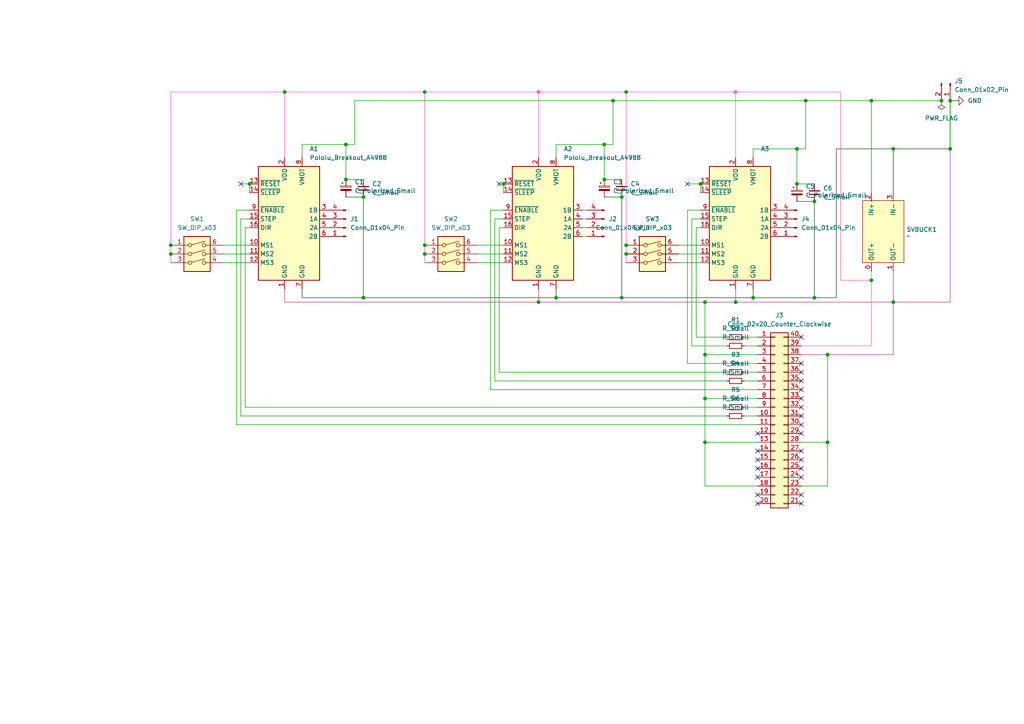
<source format=kicad_sch>
(kicad_sch (version 20231120) (generator "eeschema") (generator_version "8.0")
  (paper "A4")
  (lib_symbols
    (symbol "Connector:Conn_01x02_Pin" (pin_names (offset 1.016) hide)
      (property "Reference" "J" (at 0 2.54 0))
      (property "Value" "Conn_01x02_Pin" (at 0 -5.08 0))
      (symbol "Conn_01x02_Pin_1_1"
        (polyline (pts (xy 1.27 -2.54) (xy 0.8636 -2.54)) (stroke (width 0.1524)))
        (polyline (pts (xy 1.27 0) (xy 0.8636 0)) (stroke (width 0.1524)))
        (rectangle (start 0.8636 -2.413) (end 0 -2.667) (stroke (width 0.1524)) (fill (type outline)))
        (rectangle (start 0.8636 0.127) (end 0 -0.127) (stroke (width 0.1524)) (fill (type outline)))
        (pin passive line (at 5.08 0 180) (length 3.81) (name "Pin_1") (number "1"))
        (pin passive line (at 5.08 -2.54 180) (length 3.81) (name "Pin_2") (number "2"))
      )
    )
    (symbol "Connector:Conn_01x04_Pin" (pin_names (offset 1.016) hide)
      (property "Reference" "J" (at 0 5.08 0))
      (property "Value" "Conn_01x04_Pin" (at 0 -7.62 0))
      (symbol "Conn_01x04_Pin_1_1"
        (polyline (pts (xy 1.27 -5.08) (xy 0.8636 -5.08)) (stroke (width 0.1524)))
        (polyline (pts (xy 1.27 -2.54) (xy 0.8636 -2.54)) (stroke (width 0.1524)))
        (polyline (pts (xy 1.27 0) (xy 0.8636 0)) (stroke (width 0.1524)))
        (polyline (pts (xy 1.27 2.54) (xy 0.8636 2.54)) (stroke (width 0.1524)))
        (rectangle (start 0.8636 -4.953) (end 0 -5.207) (stroke (width 0.1524)) (fill (type outline)))
        (rectangle (start 0.8636 -2.413) (end 0 -2.667) (stroke (width 0.1524)) (fill (type outline)))
        (rectangle (start 0.8636 0.127) (end 0 -0.127) (stroke (width 0.1524)) (fill (type outline)))
        (rectangle (start 0.8636 2.667) (end 0 2.413) (stroke (width 0.1524)) (fill (type outline)))
        (pin passive line (at 5.08 2.54 180) (length 3.81) (name "Pin_1") (number "1"))
        (pin passive line (at 5.08 0 180) (length 3.81) (name "Pin_2") (number "2"))
        (pin passive line (at 5.08 -2.54 180) (length 3.81) (name "Pin_3") (number "3"))
        (pin passive line (at 5.08 -5.08 180) (length 3.81) (name "Pin_4") (number "4"))
      )
    )
    (symbol "Connector_Generic:Conn_02x20_Counter_Clockwise" (pin_names (offset 1.016) hide)
      (property "Reference" "J" (at 1.27 25.4 0))
      (property "Value" "Conn_02x20_Counter_Clockwise" (at 1.27 -27.94 0))
      (symbol "Conn_02x20_Counter_Clockwise_1_1"
        (rectangle (start -1.27 -25.273) (end 0 -25.527) (stroke (width 0.1524)))
        (rectangle (start -1.27 -22.733) (end 0 -22.987) (stroke (width 0.1524)))
        (rectangle (start -1.27 -20.193) (end 0 -20.447) (stroke (width 0.1524)))
        (rectangle (start -1.27 -17.653) (end 0 -17.907) (stroke (width 0.1524)))
        (rectangle (start -1.27 -15.113) (end 0 -15.367) (stroke (width 0.1524)))
        (rectangle (start -1.27 -12.573) (end 0 -12.827) (stroke (width 0.1524)))
        (rectangle (start -1.27 -10.033) (end 0 -10.287) (stroke (width 0.1524)))
        (rectangle (start -1.27 -7.493) (end 0 -7.747) (stroke (width 0.1524)))
        (rectangle (start -1.27 -4.953) (end 0 -5.207) (stroke (width 0.1524)))
        (rectangle (start -1.27 -2.413) (end 0 -2.667) (stroke (width 0.1524)))
        (rectangle (start -1.27 0.127) (end 0 -0.127) (stroke (width 0.1524)))
        (rectangle (start -1.27 2.667) (end 0 2.413) (stroke (width 0.1524)))
        (rectangle (start -1.27 5.207) (end 0 4.953) (stroke (width 0.1524)))
        (rectangle (start -1.27 7.747) (end 0 7.493) (stroke (width 0.1524)))
        (rectangle (start -1.27 10.287) (end 0 10.033) (stroke (width 0.1524)))
        (rectangle (start -1.27 12.827) (end 0 12.573) (stroke (width 0.1524)))
        (rectangle (start -1.27 15.367) (end 0 15.113) (stroke (width 0.1524)))
        (rectangle (start -1.27 17.907) (end 0 17.653) (stroke (width 0.1524)))
        (rectangle (start -1.27 20.447) (end 0 20.193) (stroke (width 0.1524)))
        (rectangle (start -1.27 22.987) (end 0 22.733) (stroke (width 0.1524)))
        (rectangle (start -1.27 24.13) (end 3.81 -26.67) (stroke (width 0.254)) (fill (type background)))
        (rectangle (start 3.81 -25.273) (end 2.54 -25.527) (stroke (width 0.1524)))
        (rectangle (start 3.81 -22.733) (end 2.54 -22.987) (stroke (width 0.1524)))
        (rectangle (start 3.81 -20.193) (end 2.54 -20.447) (stroke (width 0.1524)))
        (rectangle (start 3.81 -17.653) (end 2.54 -17.907) (stroke (width 0.1524)))
        (rectangle (start 3.81 -15.113) (end 2.54 -15.367) (stroke (width 0.1524)))
        (rectangle (start 3.81 -12.573) (end 2.54 -12.827) (stroke (width 0.1524)))
        (rectangle (start 3.81 -10.033) (end 2.54 -10.287) (stroke (width 0.1524)))
        (rectangle (start 3.81 -7.493) (end 2.54 -7.747) (stroke (width 0.1524)))
        (rectangle (start 3.81 -4.953) (end 2.54 -5.207) (stroke (width 0.1524)))
        (rectangle (start 3.81 -2.413) (end 2.54 -2.667) (stroke (width 0.1524)))
        (rectangle (start 3.81 0.127) (end 2.54 -0.127) (stroke (width 0.1524)))
        (rectangle (start 3.81 2.667) (end 2.54 2.413) (stroke (width 0.1524)))
        (rectangle (start 3.81 5.207) (end 2.54 4.953) (stroke (width 0.1524)))
        (rectangle (start 3.81 7.747) (end 2.54 7.493) (stroke (width 0.1524)))
        (rectangle (start 3.81 10.287) (end 2.54 10.033) (stroke (width 0.1524)))
        (rectangle (start 3.81 12.827) (end 2.54 12.573) (stroke (width 0.1524)))
        (rectangle (start 3.81 15.367) (end 2.54 15.113) (stroke (width 0.1524)))
        (rectangle (start 3.81 17.907) (end 2.54 17.653) (stroke (width 0.1524)))
        (rectangle (start 3.81 20.447) (end 2.54 20.193) (stroke (width 0.1524)))
        (rectangle (start 3.81 22.987) (end 2.54 22.733) (stroke (width 0.1524)))
        (pin passive line (at -5.08 22.86 0) (length 3.81) (name "Pin_1") (number "1"))
        (pin passive line (at -5.08 0 0) (length 3.81) (name "Pin_10") (number "10"))
        (pin passive line (at -5.08 -2.54 0) (length 3.81) (name "Pin_11") (number "11"))
        (pin passive line (at -5.08 -5.08 0) (length 3.81) (name "Pin_12") (number "12"))
        (pin passive line (at -5.08 -7.62 0) (length 3.81) (name "Pin_13") (number "13"))
        (pin passive line (at -5.08 -10.16 0) (length 3.81) (name "Pin_14") (number "14"))
        (pin passive line (at -5.08 -12.7 0) (length 3.81) (name "Pin_15") (number "15"))
        (pin passive line (at -5.08 -15.24 0) (length 3.81) (name "Pin_16") (number "16"))
        (pin passive line (at -5.08 -17.78 0) (length 3.81) (name "Pin_17") (number "17"))
        (pin passive line (at -5.08 -20.32 0) (length 3.81) (name "Pin_18") (number "18"))
        (pin passive line (at -5.08 -22.86 0) (length 3.81) (name "Pin_19") (number "19"))
        (pin passive line (at -5.08 20.32 0) (length 3.81) (name "Pin_2") (number "2"))
        (pin passive line (at -5.08 -25.4 0) (length 3.81) (name "Pin_20") (number "20"))
        (pin passive line (at 7.62 -25.4 180) (length 3.81) (name "Pin_21") (number "21"))
        (pin passive line (at 7.62 -22.86 180) (length 3.81) (name "Pin_22") (number "22"))
        (pin passive line (at 7.62 -20.32 180) (length 3.81) (name "Pin_23") (number "23"))
        (pin passive line (at 7.62 -17.78 180) (length 3.81) (name "Pin_24") (number "24"))
        (pin passive line (at 7.62 -15.24 180) (length 3.81) (name "Pin_25") (number "25"))
        (pin passive line (at 7.62 -12.7 180) (length 3.81) (name "Pin_26") (number "26"))
        (pin passive line (at 7.62 -10.16 180) (length 3.81) (name "Pin_27") (number "27"))
        (pin passive line (at 7.62 -7.62 180) (length 3.81) (name "Pin_28") (number "28"))
        (pin passive line (at 7.62 -5.08 180) (length 3.81) (name "Pin_29") (number "29"))
        (pin passive line (at -5.08 17.78 0) (length 3.81) (name "Pin_3") (number "3"))
        (pin passive line (at 7.62 -2.54 180) (length 3.81) (name "Pin_30") (number "30"))
        (pin passive line (at 7.62 0 180) (length 3.81) (name "Pin_31") (number "31"))
        (pin passive line (at 7.62 2.54 180) (length 3.81) (name "Pin_32") (number "32"))
        (pin passive line (at 7.62 5.08 180) (length 3.81) (name "Pin_33") (number "33"))
        (pin passive line (at 7.62 7.62 180) (length 3.81) (name "Pin_34") (number "34"))
        (pin passive line (at 7.62 10.16 180) (length 3.81) (name "Pin_35") (number "35"))
        (pin passive line (at 7.62 12.7 180) (length 3.81) (name "Pin_36") (number "36"))
        (pin passive line (at 7.62 15.24 180) (length 3.81) (name "Pin_37") (number "37"))
        (pin passive line (at 7.62 17.78 180) (length 3.81) (name "Pin_38") (number "38"))
        (pin passive line (at 7.62 20.32 180) (length 3.81) (name "Pin_39") (number "39"))
        (pin passive line (at -5.08 15.24 0) (length 3.81) (name "Pin_4") (number "4"))
        (pin passive line (at 7.62 22.86 180) (length 3.81) (name "Pin_40") (number "40"))
        (pin passive line (at -5.08 12.7 0) (length 3.81) (name "Pin_5") (number "5"))
        (pin passive line (at -5.08 10.16 0) (length 3.81) (name "Pin_6") (number "6"))
        (pin passive line (at -5.08 7.62 0) (length 3.81) (name "Pin_7") (number "7"))
        (pin passive line (at -5.08 5.08 0) (length 3.81) (name "Pin_8") (number "8"))
        (pin passive line (at -5.08 2.54 0) (length 3.81) (name "Pin_9") (number "9"))
      )
    )
    (symbol "Device:C_Polarized_Small" (pin_numbers hide) (pin_names (offset 0.254) hide)
      (property "Reference" "C" (at 0.254 1.778 0))
      (property "Value" "C_Polarized_Small" (at 0.254 -2.032 0))
      (symbol "C_Polarized_Small_0_1"
        (rectangle (start -1.524 -0.3048) (end 1.524 -0.6858) (fill (type outline)))
        (rectangle (start -1.524 0.6858) (end 1.524 0.3048))
        (polyline (pts (xy -1.27 1.524) (xy -0.762 1.524)))
        (polyline (pts (xy -1.016 1.27) (xy -1.016 1.778)))
      )
      (symbol "C_Polarized_Small_1_1"
        (pin passive line (at 0 2.54 270) (length 1.8542) (name "~") (number "1"))
        (pin passive line (at 0 -2.54 90) (length 1.8542) (name "~") (number "2"))
      )
    )
    (symbol "Device:C_Small" (pin_numbers hide) (pin_names (offset 0.254) hide)
      (property "Reference" "C" (at 0.254 1.778 0))
      (property "Value" "C_Small" (at 0.254 -2.032 0))
      (symbol "C_Small_0_1"
        (polyline (pts (xy -1.524 -0.508) (xy 1.524 -0.508)) (stroke (width 0.3302)))
        (polyline (pts (xy -1.524 0.508) (xy 1.524 0.508)) (stroke (width 0.3048)))
      )
      (symbol "C_Small_1_1"
        (pin passive line (at 0 2.54 270) (length 2.032) (name "~") (number "1"))
        (pin passive line (at 0 -2.54 90) (length 2.032) (name "~") (number "2"))
      )
    )
    (symbol "Device:R_Small" (pin_numbers hide) (pin_names (offset 0.254) hide)
      (property "Reference" "R" (at 0.762 0.508 0))
      (property "Value" "R_Small" (at 0.762 -1.016 0))
      (symbol "R_Small_0_1"
        (rectangle (start -0.762 1.778) (end 0.762 -1.778) (stroke (width 0.2032)))
      )
      (symbol "R_Small_1_1"
        (pin passive line (at 0 2.54 270) (length 0.762) (name "~") (number "1"))
        (pin passive line (at 0 -2.54 90) (length 0.762) (name "~") (number "2"))
      )
    )
    (symbol "Driver_Motor:BUCK_CONVERTER_5-30V_to_5V_3A"
      (property "Reference" "5VBUCK1" (at 8.3649 1.27 90))
      (property "Value" "~" (at 10.27 1.27 90))
      (symbol "BUCK_CONVERTER_5-30V_to_5V_3A_1_1"
        (rectangle (start 0 0) (end 18 -12) (fill (type background)))
        (pin power_out line (at -2.54 -2.54 0) (length 2.54) (name "OUT+") (number "0"))
        (pin power_out line (at -2.54 -8.89 0) (length 2.54) (name "OUT-") (number "1"))
        (pin power_in line (at 20.32 -2.54 180) (length 2.54) (name "IN+") (number "2"))
        (pin power_out line (at 20.32 -8.89 180) (length 2.54) (name "IN-") (number "3"))
      )
    )
    (symbol "Driver_Motor:Pololu_Breakout_A4988"
      (property "Reference" "A" (at -2.54 19.05 0))
      (property "Value" "Pololu_Breakout_A4988" (at -2.54 16.51 0))
      (symbol "Pololu_Breakout_A4988_0_1"
        (rectangle (start 10.16 -17.78) (end -7.62 15.24) (stroke (width 0.254)) (fill (type background)))
      )
      (symbol "Pololu_Breakout_A4988_1_1"
        (pin power_in line (at 0 -20.32 90) (length 2.54) (name "GND") (number "1"))
        (pin input line (at -10.16 -7.62 0) (length 2.54) (name "MS1") (number "10"))
        (pin input line (at -10.16 -10.16 0) (length 2.54) (name "MS2") (number "11"))
        (pin input line (at -10.16 -12.7 0) (length 2.54) (name "MS3") (number "12"))
        (pin input line (at -10.16 10.16 0) (length 2.54) (name "~{RESET}") (number "13"))
        (pin input line (at -10.16 7.62 0) (length 2.54) (name "~{SLEEP}") (number "14"))
        (pin input line (at -10.16 0 0) (length 2.54) (name "STEP") (number "15"))
        (pin input line (at -10.16 -2.54 0) (length 2.54) (name "DIR") (number "16"))
        (pin power_in line (at 0 17.78 270) (length 2.54) (name "VDD") (number "2"))
        (pin output line (at 12.7 2.54 180) (length 2.54) (name "1B") (number "3"))
        (pin output line (at 12.7 0 180) (length 2.54) (name "1A") (number "4"))
        (pin output line (at 12.7 -2.54 180) (length 2.54) (name "2A") (number "5"))
        (pin output line (at 12.7 -5.08 180) (length 2.54) (name "2B") (number "6"))
        (pin power_in line (at 5.08 -20.32 90) (length 2.54) (name "GND") (number "7"))
        (pin power_in line (at 5.08 17.78 270) (length 2.54) (name "VMOT") (number "8"))
        (pin input line (at -10.16 2.54 0) (length 2.54) (name "~{ENABLE}") (number "9"))
      )
    )
    (symbol "Switch:SW_DIP_x03" (pin_names (offset 0) hide)
      (property "Reference" "SW" (at 0 6.35 0))
      (property "Value" "SW_DIP_x03" (at 0 -6.35 0))
      (symbol "SW_DIP_x03_0_0"
        (circle (center -2.032 -2.54) (radius 0.508))
        (circle (center -2.032 0) (radius 0.508))
        (circle (center -2.032 2.54) (radius 0.508))
        (polyline (pts (xy -1.524 -2.413) (xy 2.3622 -1.3716)))
        (polyline (pts (xy -1.524 0.127) (xy 2.3622 1.1684)))
        (polyline (pts (xy -1.524 2.667) (xy 2.3622 3.7084)))
        (circle (center 2.032 -2.54) (radius 0.508))
        (circle (center 2.032 0) (radius 0.508))
        (circle (center 2.032 2.54) (radius 0.508))
      )
      (symbol "SW_DIP_x03_0_1"
        (rectangle (start -3.81 5.08) (end 3.81 -5.08) (stroke (width 0.254)) (fill (type background)))
      )
      (symbol "SW_DIP_x03_1_1"
        (pin passive line (at -7.62 2.54 0) (length 5.08) (name "~") (number "1"))
        (pin passive line (at -7.62 0 0) (length 5.08) (name "~") (number "2"))
        (pin passive line (at -7.62 -2.54 0) (length 5.08) (name "~") (number "3"))
        (pin passive line (at 7.62 -2.54 180) (length 5.08) (name "~") (number "4"))
        (pin passive line (at 7.62 0 180) (length 5.08) (name "~") (number "5"))
        (pin passive line (at 7.62 2.54 180) (length 5.08) (name "~") (number "6"))
      )
    )
    (symbol "power:GND" (power) (pin_numbers hide) (pin_names (offset 0) hide)
      (property "Value" "GND" (at 0 -3.81 0))
      (symbol "GND_0_1"
        (polyline (pts (xy 0 0) (xy 0 -1.27) (xy 1.27 -1.27) (xy 0 -2.54) (xy -1.27 -1.27) (xy 0 -1.27)))
      )
      (symbol "GND_1_1"
        (pin power_in line (at 0 0 270) (length 0) (name "~") (number "1"))
      )
    )
    (symbol "power:PWR_FLAG" (power) (pin_numbers hide) (pin_names (offset 0) hide)
      (property "Value" "PWR_FLAG" (at 0 3.81 0))
      (symbol "PWR_FLAG_0_0"
        (pin power_out line (at 0 0 90) (length 0) (name "~") (number "1"))
      )
      (symbol "PWR_FLAG_0_1"
        (polyline (pts (xy 0 0) (xy 0 1.27) (xy -1.016 1.905) (xy 0 2.54) (xy 1.016 1.905) (xy 0 1.27)))
      )
    )
  )
  (junction (at 259.08 43.18))
  (junction (at 105.41 57.15))
  (junction (at 175.26 52.07))
  (junction (at 105.41 86.36))
  (junction (at 203.2 53.34))
  (junction (at 213.36 26.67) (color 232 93 205 1))
  (junction (at 49.53 73.66))
  (junction (at 204.47 102.87))
  (junction (at 259.08 87.63))
  (junction (at 156.21 26.67) (color 232 93 205 1))
  (junction (at 236.22 86.36))
  (junction (at 181.61 73.66))
  (junction (at 177.8 29.21))
  (junction (at 236.22 58.42))
  (junction (at 123.19 26.67))
  (junction (at 100.33 52.07))
  (junction (at 181.61 71.12))
  (junction (at 175.26 41.91))
  (junction (at 180.34 86.36))
  (junction (at 180.34 57.15))
  (junction (at 218.44 86.36))
  (junction (at 100.33 41.91))
  (junction (at 123.19 73.66))
  (junction (at 233.68 29.21))
  (junction (at 123.19 71.12))
  (junction (at 49.53 71.12))
  (junction (at 156.21 87.63))
  (junction (at 146.05 53.34))
  (junction (at 82.55 26.67))
  (junction (at 231.14 53.34))
  (junction (at 72.39 53.34))
  (junction (at 231.14 43.18))
  (junction (at 204.47 115.57))
  (junction (at 161.29 86.36))
  (junction (at 204.47 128.27))
  (junction (at 181.61 26.67))
  (junction (at 213.36 87.63))
  (junction (at 240.03 102.87))
  (junction (at 252.73 29.21))
  (junction (at 240.03 128.27))
  (junction (at 252.73 81.28))
  (junction (at 273.05 29.21))
  (junction (at 275.59 29.21))
  (junction (at 275.59 43.18))
  (junction (at 204.47 87.63))
  (no_connect (at 232.41 130.81))
  (no_connect (at 232.41 120.65))
  (no_connect (at 219.71 138.43))
  (no_connect (at 232.41 110.49))
  (no_connect (at 232.41 115.57))
  (no_connect (at 232.41 143.51))
  (no_connect (at 232.41 107.95))
  (no_connect (at 219.71 125.73))
  (no_connect (at 219.71 143.51))
  (no_connect (at 219.71 146.05))
  (no_connect (at 219.71 130.81))
  (no_connect (at 219.71 135.89))
  (no_connect (at 69.85 53.34))
  (no_connect (at 232.41 138.43))
  (no_connect (at 219.71 133.35))
  (no_connect (at 232.41 113.03))
  (no_connect (at 232.41 146.05))
  (no_connect (at 232.41 133.35))
  (no_connect (at 199.39 53.34))
  (no_connect (at 232.41 105.41))
  (no_connect (at 232.41 118.11))
  (no_connect (at 232.41 97.79))
  (no_connect (at 232.41 135.89))
  (no_connect (at 232.41 123.19))
  (no_connect (at 144.78 53.34))
  (no_connect (at 232.41 125.73))
  (wire (pts (xy 64.77 73.66) (xy 72.39 73.66)))
  (wire (pts (xy 156.21 87.63) (xy 204.47 87.63)) (stroke (width 0) (color 157 63 139 1)))
  (wire (pts (xy 219.71 97.79) (xy 215.9 97.79)))
  (wire (pts (xy 87.63 86.36) (xy 87.63 83.82)) (stroke (width 0) (color 10 74 3 1)))
  (wire (pts (xy 204.47 140.97) (xy 204.47 128.27)))
  (wire (pts (xy 275.59 29.21) (xy 275.59 43.18)) (stroke (width 0) (color 10 74 3 1)))
  (wire (pts (xy 213.36 83.82) (xy 213.36 87.63)) (stroke (width 0) (color 157 63 139 1)))
  (wire (pts (xy 243.84 26.67) (xy 213.36 26.67)) (stroke (width 0) (color 232 93 205 1)))
  (wire (pts (xy 200.66 100.33) (xy 210.82 100.33)))
  (wire (pts (xy 175.26 41.91) (xy 177.8 41.91)))
  (wire (pts (xy 144.78 107.95) (xy 210.82 107.95)))
  (wire (pts (xy 218.44 86.36) (xy 218.44 83.82)) (stroke (width 0) (color 10 74 3 1)))
  (wire (pts (xy 181.61 26.67) (xy 181.61 71.12)) (stroke (width 0) (color 232 93 205 1)))
  (wire (pts (xy 138.43 76.2) (xy 146.05 76.2)))
  (wire (pts (xy 71.12 66.04) (xy 72.39 66.04)))
  (wire (pts (xy 72.39 53.34) (xy 72.39 55.88)))
  (wire (pts (xy 161.29 41.91) (xy 175.26 41.91)))
  (wire (pts (xy 144.78 53.34) (xy 146.05 53.34)))
  (wire (pts (xy 275.59 87.63) (xy 275.59 43.18)) (stroke (width 0) (color 157 63 139 1)))
  (wire (pts (xy 213.36 87.63) (xy 259.08 87.63)) (stroke (width 0) (color 157 63 139 1)))
  (wire (pts (xy 143.51 63.5) (xy 146.05 63.5)))
  (wire (pts (xy 181.61 71.12) (xy 181.61 73.66)) (stroke (width 0) (color 232 93 205 1)))
  (wire (pts (xy 87.63 41.91) (xy 100.33 41.91)))
  (wire (pts (xy 100.33 57.15) (xy 105.41 57.15)) (stroke (width 0) (color 10 74 3 1)))
  (wire (pts (xy 72.39 63.5) (xy 69.85 63.5)))
  (wire (pts (xy 123.19 73.66) (xy 123.19 76.2)) (stroke (width 0) (color 232 93 205 1)))
  (wire (pts (xy 243.84 81.28) (xy 243.84 26.67)) (stroke (width 0) (color 232 93 205 1)))
  (wire (pts (xy 87.63 41.91) (xy 87.63 45.72)))
  (wire (pts (xy 123.19 26.67) (xy 82.55 26.67)) (stroke (width 0) (color 232 93 205 1)))
  (wire (pts (xy 138.43 71.12) (xy 146.05 71.12)))
  (wire (pts (xy 49.53 73.66) (xy 49.53 76.2)) (stroke (width 0) (color 232 93 205 1)))
  (wire (pts (xy 240.03 102.87) (xy 259.08 102.87)) (stroke (width 0) (color 157 63 139 1)))
  (wire (pts (xy 105.41 57.15) (xy 105.41 86.36)) (stroke (width 0) (color 10 74 3 1)))
  (wire (pts (xy 231.14 58.42) (xy 236.22 58.42)) (stroke (width 0) (color 10 74 3 1)))
  (wire (pts (xy 236.22 86.36) (xy 218.44 86.36)) (stroke (width 0) (color 10 74 3 1)))
  (wire (pts (xy 203.2 63.5) (xy 200.66 63.5)))
  (wire (pts (xy 69.85 53.34) (xy 72.39 53.34)))
  (wire (pts (xy 242.57 43.18) (xy 259.08 43.18)) (stroke (width 0) (color 10 74 3 1)))
  (wire (pts (xy 161.29 86.36) (xy 161.29 83.82)) (stroke (width 0) (color 10 74 3 1)))
  (wire (pts (xy 219.71 140.97) (xy 204.47 140.97)))
  (wire (pts (xy 196.85 73.66) (xy 203.2 73.66)))
  (wire (pts (xy 210.82 118.11) (xy 71.12 118.11)))
  (wire (pts (xy 219.71 105.41) (xy 199.39 105.41)))
  (wire (pts (xy 236.22 58.42) (xy 236.22 86.36)) (stroke (width 0) (color 10 74 3 1)))
  (wire (pts (xy 168.91 66.04) (xy 170.18 66.04)))
  (wire (pts (xy 196.85 76.2) (xy 203.2 76.2)))
  (wire (pts (xy 240.03 140.97) (xy 240.03 128.27)))
  (wire (pts (xy 142.24 113.03) (xy 219.71 113.03)))
  (wire (pts (xy 161.29 86.36) (xy 105.41 86.36)) (stroke (width 0) (color 10 74 3 1)))
  (wire (pts (xy 100.33 52.07) (xy 105.41 52.07)))
  (wire (pts (xy 144.78 66.04) (xy 144.78 107.95)))
  (wire (pts (xy 181.61 73.66) (xy 181.61 76.2)) (stroke (width 0) (color 232 93 205 1)))
  (wire (pts (xy 180.34 86.36) (xy 218.44 86.36)) (stroke (width 0) (color 10 74 3 1)))
  (wire (pts (xy 219.71 110.49) (xy 215.9 110.49)))
  (wire (pts (xy 102.87 29.21) (xy 102.87 41.91)))
  (wire (pts (xy 231.14 53.34) (xy 236.22 53.34)))
  (wire (pts (xy 213.36 26.67) (xy 213.36 45.72)) (stroke (width 0) (color 232 93 205 1)))
  (wire (pts (xy 210.82 97.79) (xy 201.93 97.79)))
  (wire (pts (xy 143.51 110.49) (xy 143.51 63.5)))
  (wire (pts (xy 168.91 63.5) (xy 170.18 63.5)))
  (wire (pts (xy 100.33 41.91) (xy 100.33 52.07)))
  (wire (pts (xy 204.47 87.63) (xy 213.36 87.63)) (stroke (width 0) (color 157 63 139 1)))
  (wire (pts (xy 175.26 41.91) (xy 175.26 52.07)))
  (wire (pts (xy 252.73 81.28) (xy 252.73 100.33)) (stroke (width 0) (color 232 93 205 1)))
  (wire (pts (xy 275.59 29.21) (xy 276.86 29.21)) (stroke (width 0) (color 10 74 3 1)))
  (wire (pts (xy 180.34 86.36) (xy 161.29 86.36)) (stroke (width 0) (color 10 74 3 1)))
  (wire (pts (xy 156.21 87.63) (xy 156.21 83.82)) (stroke (width 0) (color 157 63 139 1)))
  (wire (pts (xy 232.41 140.97) (xy 240.03 140.97)))
  (wire (pts (xy 259.08 78.74) (xy 259.08 87.63)) (stroke (width 0) (color 157 63 139 1)))
  (wire (pts (xy 181.61 26.67) (xy 213.36 26.67)) (stroke (width 0) (color 232 93 205 1)))
  (wire (pts (xy 201.93 97.79) (xy 201.93 66.04)))
  (wire (pts (xy 100.33 41.91) (xy 102.87 41.91)))
  (wire (pts (xy 177.8 29.21) (xy 233.68 29.21)))
  (wire (pts (xy 68.58 60.96) (xy 72.39 60.96)))
  (wire (pts (xy 203.2 53.34) (xy 203.2 55.88)))
  (wire (pts (xy 204.47 102.87) (xy 204.47 87.63)))
  (wire (pts (xy 123.19 71.12) (xy 123.19 73.66)) (stroke (width 0) (color 232 93 205 1)))
  (wire (pts (xy 259.08 55.88) (xy 259.08 43.18)) (stroke (width 0) (color 10 74 3 1)))
  (wire (pts (xy 240.03 128.27) (xy 240.03 102.87)))
  (wire (pts (xy 259.08 87.63) (xy 259.08 102.87)) (stroke (width 0) (color 157 63 139 1)))
  (wire (pts (xy 204.47 115.57) (xy 204.47 102.87)))
  (wire (pts (xy 177.8 29.21) (xy 102.87 29.21)))
  (wire (pts (xy 252.73 29.21) (xy 273.05 29.21)))
  (wire (pts (xy 64.77 76.2) (xy 72.39 76.2)))
  (wire (pts (xy 252.73 29.21) (xy 252.73 55.88)))
  (wire (pts (xy 231.14 43.18) (xy 233.68 43.18)))
  (wire (pts (xy 275.59 29.21) (xy 275.59 43.18)))
  (wire (pts (xy 215.9 100.33) (xy 219.71 100.33)))
  (wire (pts (xy 105.41 86.36) (xy 87.63 86.36)) (stroke (width 0) (color 10 74 3 1)))
  (wire (pts (xy 146.05 60.96) (xy 142.24 60.96)))
  (wire (pts (xy 49.53 71.12) (xy 49.53 73.66)) (stroke (width 0) (color 232 93 205 1)))
  (wire (pts (xy 219.71 123.19) (xy 68.58 123.19)))
  (wire (pts (xy 69.85 120.65) (xy 210.82 120.65)))
  (wire (pts (xy 175.26 52.07) (xy 180.34 52.07)))
  (wire (pts (xy 168.91 68.58) (xy 170.18 68.58)))
  (wire (pts (xy 215.9 107.95) (xy 219.71 107.95)))
  (wire (pts (xy 123.19 26.67) (xy 123.19 71.12)) (stroke (width 0) (color 232 93 205 1)))
  (wire (pts (xy 69.85 63.5) (xy 69.85 120.65)))
  (wire (pts (xy 233.68 29.21) (xy 252.73 29.21)))
  (wire (pts (xy 215.9 120.65) (xy 219.71 120.65)))
  (wire (pts (xy 71.12 118.11) (xy 71.12 66.04)))
  (wire (pts (xy 177.8 29.21) (xy 177.8 41.91)))
  (wire (pts (xy 252.73 78.74) (xy 252.73 81.28)) (stroke (width 0) (color 232 93 205 1)))
  (wire (pts (xy 231.14 43.18) (xy 231.14 53.34)))
  (wire (pts (xy 259.08 43.18) (xy 275.59 43.18)) (stroke (width 0) (color 10 74 3 1)))
  (wire (pts (xy 204.47 115.57) (xy 219.71 115.57)))
  (wire (pts (xy 146.05 66.04) (xy 144.78 66.04)))
  (wire (pts (xy 49.53 26.67) (xy 49.53 71.12)) (stroke (width 0) (color 232 93 205 1)))
  (wire (pts (xy 68.58 123.19) (xy 68.58 60.96)))
  (wire (pts (xy 156.21 26.67) (xy 156.21 45.72)) (stroke (width 0) (color 232 93 205 1)))
  (wire (pts (xy 138.43 73.66) (xy 146.05 73.66)))
  (wire (pts (xy 142.24 60.96) (xy 142.24 113.03)))
  (wire (pts (xy 233.68 29.21) (xy 233.68 43.18)))
  (wire (pts (xy 175.26 57.15) (xy 180.34 57.15)) (stroke (width 0) (color 10 74 3 1)))
  (wire (pts (xy 156.21 87.63) (xy 82.55 87.63)) (stroke (width 0) (color 157 63 139 1)))
  (wire (pts (xy 204.47 102.87) (xy 219.71 102.87)))
  (wire (pts (xy 199.39 60.96) (xy 203.2 60.96)))
  (wire (pts (xy 232.41 102.87) (xy 240.03 102.87)) (stroke (width 0) (color 157 63 139 1)))
  (wire (pts (xy 259.08 87.63) (xy 275.59 87.63)) (stroke (width 0) (color 157 63 139 1)))
  (wire (pts (xy 64.77 71.12) (xy 72.39 71.12)))
  (wire (pts (xy 123.19 26.67) (xy 156.21 26.67)) (stroke (width 0) (color 232 93 205 1)))
  (wire (pts (xy 161.29 41.91) (xy 161.29 45.72)))
  (wire (pts (xy 218.44 43.18) (xy 218.44 45.72)))
  (wire (pts (xy 204.47 128.27) (xy 219.71 128.27)))
  (wire (pts (xy 252.73 100.33) (xy 232.41 100.33)) (stroke (width 0) (color 232 93 205 1)))
  (wire (pts (xy 199.39 105.41) (xy 199.39 60.96)))
  (wire (pts (xy 204.47 128.27) (xy 204.47 115.57)))
  (wire (pts (xy 232.41 128.27) (xy 240.03 128.27)))
  (wire (pts (xy 82.55 87.63) (xy 82.55 83.82)) (stroke (width 0) (color 157 63 139 1)))
  (wire (pts (xy 82.55 26.67) (xy 49.53 26.67)) (stroke (width 0) (color 232 93 205 1)))
  (wire (pts (xy 210.82 110.49) (xy 143.51 110.49)))
  (wire (pts (xy 146.05 53.34) (xy 146.05 55.88)))
  (wire (pts (xy 199.39 53.34) (xy 203.2 53.34)))
  (wire (pts (xy 82.55 26.67) (xy 82.55 45.72)) (stroke (width 0) (color 232 93 205 1)))
  (wire (pts (xy 181.61 26.67) (xy 156.21 26.67)) (stroke (width 0) (color 232 93 205 1)))
  (wire (pts (xy 180.34 57.15) (xy 180.34 86.36)) (stroke (width 0) (color 10 74 3 1)))
  (wire (pts (xy 252.73 81.28) (xy 243.84 81.28)) (stroke (width 0) (color 232 93 205 1)))
  (wire (pts (xy 200.66 63.5) (xy 200.66 100.33)))
  (wire (pts (xy 196.85 71.12) (xy 203.2 71.12)))
  (wire (pts (xy 242.57 86.36) (xy 236.22 86.36)) (stroke (width 0) (color 10 74 3 1)))
  (wire (pts (xy 201.93 66.04) (xy 203.2 66.04)))
  (wire (pts (xy 219.71 118.11) (xy 215.9 118.11)))
  (wire (pts (xy 218.44 43.18) (xy 231.14 43.18)))
  (wire (pts (xy 168.91 60.96) (xy 170.18 60.96)))
  (wire (pts (xy 242.57 43.18) (xy 242.57 86.36)) (stroke (width 0) (color 10 74 3 1)))
  (symbol (lib_id "Device:C_Polarized_Small") (at 231.14 55.88 0) (unit 1)
    (property "Reference" "C5" (at 233.68 54.0638 0) (effects (justify left)))
    (property "Value" "C_Polarized_Small" (at 233.68 56.6038 0) (effects (justify left)))
    (property "Footprint" "Capacitor_THT:CP_Radial_D7.5mm_P2.50mm" (effects (hide yes)))
    (property "Description" "Polarized capacitor, small symbol" (effects (hide yes)))
  )
  (symbol (lib_id "Device:R_Small") (at 213.36 120.65 90) (unit 1)
    (property "Reference" "R6" (at 213.36 115.57 90))
    (property "Value" "R_Small" (at 213.36 118.11 90))
    (property "Footprint" "Resistor_THT:R_Axial_DIN0207_L6.3mm_D2.5mm_P10.16mm_Horizontal" (effects (hide yes)))
    (property "Description" "Resistor, small symbol" (effects (hide yes)))
  )
  (symbol (lib_id "Device:C_Polarized_Small") (at 175.26 54.61 0) (unit 1)
    (property "Reference" "C3" (at 177.8 52.7938 0) (effects (justify left)))
    (property "Value" "C_Polarized_Small" (at 177.8 55.3338 0) (effects (justify left)))
    (property "Footprint" "Capacitor_THT:CP_Radial_D7.5mm_P2.50mm" (effects (hide yes)))
    (property "Description" "Polarized capacitor, small symbol" (effects (hide yes)))
  )
  (symbol (lib_id "Connector:Conn_01x04_Pin") (at 175.26 66.04 180) (unit 1)
    (property "Reference" "J2" (at 176.53 63.4999 0) (effects (justify right)))
    (property "Value" "Conn_01x04_Pin" (at 172.72 66.0399 0) (effects (justify right)))
    (property "Footprint" "Connector_PinSocket_2.54mm:PinSocket_1x04_P2.54mm_Vertical" (effects (hide yes)))
    (property "Description" "Generic connector, single row, 01x04, script generated" (effects (hide yes)))
  )
  (symbol (lib_id "Connector:Conn_01x02_Pin") (at 275.59 24.13 270) (unit 1)
    (property "Reference" "J5" (at 276.86 23.4949 90) (effects (justify left)))
    (property "Value" "Conn_01x02_Pin" (at 276.86 26.0349 90) (effects (justify left)))
    (property "Footprint" "Connector_PinHeader_2.54mm:PinHeader_1x02_P2.54mm_Vertical" (effects (hide yes)))
    (property "Description" "Generic connector, single row, 01x02, script generated" (effects (hide yes)))
  )
  (symbol (lib_id "Driver_Motor:Pololu_Breakout_A4988") (at 156.21 63.5 0) (unit 1)
    (property "Reference" "A2" (at 163.4841 43.18 0) (effects (justify left)))
    (property "Value" "Pololu_Breakout_A4988" (at 163.4841 45.72 0) (effects (justify left)))
    (property "Footprint" "Module:Pololu_Breakout-16_15.2x20.3mm" (effects (hide yes)))
    (property "Datasheet" "https://www.pololu.com/product/2980/pictures" (effects (hide yes)))
    (property "Description" "Pololu Breakout Board, Stepper Driver A4988" (effects (hide yes)))
  )
  (symbol (lib_id "Connector:Conn_01x04_Pin") (at 100.33 66.04 180) (unit 1)
    (property "Reference" "J1" (at 101.6 63.4999 0) (effects (justify right)))
    (property "Value" "Conn_01x04_Pin" (at 101.6 66.0399 0) (effects (justify right)))
    (property "Footprint" "Connector_PinSocket_2.54mm:PinSocket_1x04_P2.54mm_Vertical" (effects (hide yes)))
    (property "Description" "Generic connector, single row, 01x04, script generated" (effects (hide yes)))
  )
  (symbol (lib_id "Device:R_Small") (at 213.36 97.79 90) (unit 1)
    (property "Reference" "R1" (at 213.36 92.71 90))
    (property "Value" "R_Small" (at 213.36 95.25 90))
    (property "Footprint" "Resistor_THT:R_Axial_DIN0207_L6.3mm_D2.5mm_P10.16mm_Horizontal" (effects (hide yes)))
    (property "Description" "Resistor, small symbol" (effects (hide yes)))
  )
  (symbol (lib_id "Driver_Motor:Pololu_Breakout_A4988") (at 213.36 63.5 0) (unit 1)
    (property "Reference" "A3" (at 220.6341 43.18 0) (effects (justify left)))
    (property "Value" "Pololu_Breakout_A4988" (effects (hide yes)))
    (property "Footprint" "Module:Pololu_Breakout-16_15.2x20.3mm" (effects (hide yes)))
    (property "Datasheet" "https://www.pololu.com/product/2980/pictures" (effects (hide yes)))
    (property "Description" "Pololu Breakout Board, Stepper Driver A4988" (effects (hide yes)))
  )
  (symbol (lib_id "power:PWR_FLAG") (at 273.05 29.21 180) (unit 1)
    (property "Reference" "#FLG01" (effects (hide yes)))
    (property "Value" "PWR_FLAG" (at 273.05 34.29 0))
    (property "Description" "Special symbol for telling ERC where power comes from" (effects (hide yes)))
  )
  (symbol (lib_id "Switch:SW_DIP_x03") (at 57.15 73.66 0) (unit 1)
    (property "Reference" "SW1" (at 57.15 63.5 0))
    (property "Value" "SW_DIP_x03" (at 57.15 66.04 0))
    (property "Footprint" "Button_Switch_THT:SW_DIP_SPSTx03_Slide_9.78x9.8mm_W7.62mm_P2.54mm" (effects (hide yes)))
    (property "Description" "3x DIP Switch, Single Pole Single Throw (SPST) switch, small symbol" (effects (hide yes)))
  )
  (symbol (lib_id "Device:C_Small") (at 236.22 55.88 180) (unit 1)
    (property "Reference" "C6" (at 238.76 54.6035 0) (effects (justify right)))
    (property "Value" "C_Small" (at 238.76 57.1435 0) (effects (justify right)))
    (property "Footprint" "Capacitor_THT:C_Disc_D6.0mm_W2.5mm_P5.00mm" (effects (hide yes)))
    (property "Description" "Unpolarized capacitor, small symbol" (effects (hide yes)))
  )
  (symbol (lib_id "Switch:SW_DIP_x03") (at 189.23 73.66 0) (unit 1)
    (property "Reference" "SW3" (at 189.23 63.5 0))
    (property "Value" "SW_DIP_x03" (at 189.23 66.04 0))
    (property "Footprint" "Button_Switch_THT:SW_DIP_SPSTx03_Slide_9.78x9.8mm_W7.62mm_P2.54mm" (effects (hide yes)))
    (property "Description" "3x DIP Switch, Single Pole Single Throw (SPST) switch, small symbol" (effects (hide yes)))
  )
  (symbol (lib_id "Driver_Motor:Pololu_Breakout_A4988") (at 82.55 63.5 0) (unit 1)
    (property "Reference" "A1" (at 89.8241 43.18 0) (effects (justify left)))
    (property "Value" "Pololu_Breakout_A4988" (at 89.8241 45.72 0) (effects (justify left)))
    (property "Footprint" "Module:Pololu_Breakout-16_15.2x20.3mm" (effects (hide yes)))
    (property "Datasheet" "https://www.pololu.com/product/2980/pictures" (effects (hide yes)))
    (property "Description" "Pololu Breakout Board, Stepper Driver A4988" (effects (hide yes)))
  )
  (symbol (lib_id "Connector_Generic:Conn_02x20_Counter_Clockwise") (at 224.79 120.65 0) (unit 1)
    (property "Reference" "J3" (at 226.06 91.44 0))
    (property "Value" "Conn_02x20_Counter_Clockwise" (at 226.06 93.98 0))
    (property "Footprint" "Connector:DIP-40_709_ELL socket W18Pins W21" (effects (hide yes)))
    (property "Description" "Generic connector, double row, 02x20, counter clockwise pin numbering scheme (similar to DIP package numbering), script generated (kicad-library-utils/schlib/autogen/connector/)" (effects (hide yes)))
  )
  (symbol (lib_id "Driver_Motor:BUCK_CONVERTER_5-30V_to_5V_3A") (at 250.19 76.2 90) (unit 1)
    (property "Reference" "5VBUCK1" (at 262.89 66.5649 90) (effects (justify right)))
    (property "Value" "~" (at 262.89 68.47 90) (effects (justify right)))
    (property "Footprint" "Library:BUCK Converter 5-30V 5V 3A smd" (effects (hide yes)))
  )
  (symbol (lib_id "Device:C_Polarized_Small") (at 100.33 54.61 0) (unit 1)
    (property "Reference" "C1" (at 102.87 52.7938 0) (effects (justify left)))
    (property "Value" "C_Polarized_Small" (at 102.87 55.3338 0) (effects (justify left)))
    (property "Footprint" "Capacitor_THT:CP_Radial_D7.5mm_P2.50mm" (effects (hide yes)))
    (property "Description" "Polarized capacitor, small symbol" (effects (hide yes)))
  )
  (symbol (lib_id "Device:R_Small") (at 213.36 118.11 270) (unit 1)
    (property "Reference" "R5" (at 213.36 113.03 90))
    (property "Value" "R_Small" (at 213.36 115.57 90))
    (property "Footprint" "Resistor_THT:R_Axial_DIN0207_L6.3mm_D2.5mm_P10.16mm_Horizontal" (effects (hide yes)))
    (property "Description" "Resistor, small symbol" (effects (hide yes)))
  )
  (symbol (lib_id "Device:C_Small") (at 105.41 54.61 180) (unit 1)
    (property "Reference" "C2" (at 107.95 53.3335 0) (effects (justify right)))
    (property "Value" "C_Small" (at 107.95 55.8735 0) (effects (justify right)))
    (property "Footprint" "Capacitor_THT:C_Disc_D6.0mm_W2.5mm_P5.00mm" (effects (hide yes)))
    (property "Description" "Unpolarized capacitor, small symbol" (effects (hide yes)))
  )
  (symbol (lib_id "Device:C_Small") (at 180.34 54.61 180) (unit 1)
    (property "Reference" "C4" (at 182.88 53.3335 0) (effects (justify right)))
    (property "Value" "C_Small" (at 182.88 55.8735 0) (effects (justify right)))
    (property "Footprint" "Capacitor_THT:C_Disc_D6.0mm_W2.5mm_P5.00mm" (effects (hide yes)))
    (property "Description" "Unpolarized capacitor, small symbol" (effects (hide yes)))
  )
  (symbol (lib_id "power:GND") (at 276.86 29.21 90) (unit 1)
    (property "Reference" "#PWR02" (effects (hide yes)))
    (property "Value" "GND" (at 280.67 29.2099 90) (effects (justify right)))
    (property "Description" "Power symbol creates a global label with name \"GND\" , ground" (effects (hide yes)))
  )
  (symbol (lib_id "Device:R_Small") (at 213.36 100.33 90) (unit 1)
    (property "Reference" "R2" (at 213.36 95.25 90))
    (property "Value" "R_Small" (at 213.36 97.79 90))
    (property "Footprint" "Resistor_THT:R_Axial_DIN0207_L6.3mm_D2.5mm_P10.16mm_Horizontal" (effects (hide yes)))
    (property "Description" "Resistor, small symbol" (effects (hide yes)))
  )
  (symbol (lib_id "Device:R_Small") (at 213.36 110.49 90) (unit 1)
    (property "Reference" "R4" (at 213.36 105.41 90))
    (property "Value" "R_Small" (at 213.36 107.95 90))
    (property "Footprint" "Resistor_THT:R_Axial_DIN0207_L6.3mm_D2.5mm_P10.16mm_Horizontal" (effects (hide yes)))
    (property "Description" "Resistor, small symbol" (effects (hide yes)))
  )
  (symbol (lib_id "Connector:Conn_01x04_Pin") (at 231.14 66.04 180) (unit 1)
    (property "Reference" "J4" (at 232.41 63.4999 0) (effects (justify right)))
    (property "Value" "Conn_01x04_Pin" (at 232.41 66.0399 0) (effects (justify right)))
    (property "Footprint" "Connector_PinSocket_2.54mm:PinSocket_1x04_P2.54mm_Vertical" (effects (hide yes)))
    (property "Description" "Generic connector, single row, 01x04, script generated" (effects (hide yes)))
  )
  (symbol (lib_id "Device:R_Small") (at 213.36 107.95 90) (unit 1)
    (property "Reference" "R3" (at 213.36 102.87 90))
    (property "Value" "R_Small" (at 213.36 105.41 90))
    (property "Footprint" "Resistor_THT:R_Axial_DIN0207_L6.3mm_D2.5mm_P10.16mm_Horizontal" (effects (hide yes)))
    (property "Description" "Resistor, small symbol" (effects (hide yes)))
  )
  (symbol (lib_id "Switch:SW_DIP_x03") (at 130.81 73.66 0) (unit 1)
    (property "Reference" "SW2" (at 130.81 63.5 0))
    (property "Value" "SW_DIP_x03" (at 130.81 66.04 0))
    (property "Footprint" "Button_Switch_THT:SW_DIP_SPSTx03_Slide_9.78x9.8mm_W7.62mm_P2.54mm" (effects (hide yes)))
    (property "Description" "3x DIP Switch, Single Pole Single Throw (SPST) switch, small symbol" (effects (hide yes)))
  )
)
</source>
